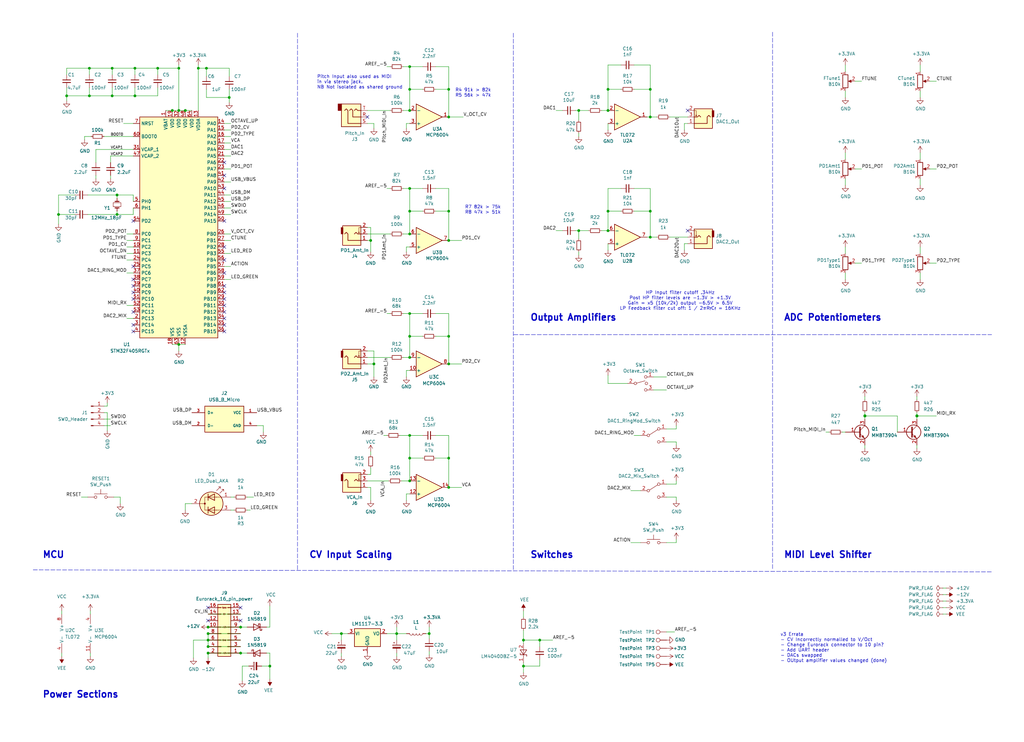
<source format=kicad_sch>
(kicad_sch (version 20231120) (generator "eeschema") (generator_version "8.0")
  (paper "User" 399.999 289.992)
  (title_block (title "DisPhaze") (date "2022-03-18") (rev "v3") (company "Mountjoy Modular"))
  (junction (at 237.49 43.18))
  (junction (at 144.78 93.98))
  (junction (at 160.02 91.44))
  (junction (at 358.14 162.56) (diameter 1.016))
  (junction (at 175.26 93.98))
  (junction (at 160.02 43.18))
  (junction (at 160.02 170.18))
  (junction (at 81.28 250.19))
  (junction (at 67.31 43.18))
  (junction (at 81.28 245.11))
  (junction (at 226.06 43.18))
  (junction (at 160.02 122.555))
  (junction (at 154.94 247.65))
  (junction (at 175.26 82.55))
  (junction (at 93.98 255.27))
  (junction (at 254 92.71))
  (junction (at 237.49 82.55))
  (junction (at 69.85 134.62))
  (junction (at 167.64 247.65))
  (junction (at 254 82.55))
  (junction (at 160.02 179.07))
  (junction (at 237.49 90.17))
  (junction (at 81.28 252.73))
  (junction (at 43.815 37.465))
  (junction (at 43.815 26.67))
  (junction (at 34.925 26.67))
  (junction (at 52.705 26.67))
  (junction (at 254 34.925))
  (junction (at 204.47 260.35))
  (junction (at 237.49 34.925))
  (junction (at 69.85 26.67))
  (junction (at 89.535 38.1))
  (junction (at 61.595 26.67))
  (junction (at 69.85 43.18))
  (junction (at 160.02 139.7))
  (junction (at 254 45.72))
  (junction (at 72.39 43.18))
  (junction (at 337.82 162.56) (diameter 1.016))
  (junction (at 81.28 247.65))
  (junction (at 160.02 73.66))
  (junction (at 160.02 187.96))
  (junction (at 175.26 190.5))
  (junction (at 175.26 45.72))
  (junction (at 105.41 260.35))
  (junction (at 52.705 37.465))
  (junction (at 160.02 82.55))
  (junction (at 210.82 250.19))
  (junction (at 133.35 247.65))
  (junction (at 77.47 26.67))
  (junction (at 160.02 131.445))
  (junction (at 175.26 179.07))
  (junction (at 175.26 131.445))
  (junction (at 93.98 245.11))
  (junction (at 45.72 83.82))
  (junction (at 175.26 34.925))
  (junction (at 204.47 250.19))
  (junction (at 160.02 34.925))
  (junction (at 80.645 26.67))
  (junction (at 146.05 142.24))
  (junction (at 45.72 76.2))
  (junction (at 26.035 37.465))
  (junction (at 175.26 142.24))
  (junction (at 81.28 255.27))
  (junction (at 34.925 37.465))
  (junction (at 160.02 26.035))
  (junction (at 22.86 83.82))
  (junction (at 226.06 90.17))
  (no_connect (at 93.98 237.49))
  (no_connect (at 52.07 121.92))
  (no_connect (at 81.28 237.49))
  (no_connect (at 87.63 119.38))
  (no_connect (at 52.07 116.84))
  (no_connect (at 87.63 111.76))
  (no_connect (at 52.07 129.54))
  (no_connect (at 87.63 127))
  (no_connect (at 87.63 73.66))
  (no_connect (at 87.63 124.46))
  (no_connect (at 52.07 114.3))
  (no_connect (at 87.63 114.3))
  (no_connect (at 87.63 101.6))
  (no_connect (at 87.63 106.68))
  (no_connect (at 52.07 86.36))
  (no_connect (at 52.07 111.76))
  (no_connect (at 87.63 63.5))
  (no_connect (at 87.63 116.84))
  (no_connect (at 87.63 86.36))
  (no_connect (at 93.98 242.57))
  (no_connect (at 268.605 43.18))
  (no_connect (at 87.63 68.58))
  (no_connect (at 143.51 45.72))
  (no_connect (at 87.63 121.92))
  (no_connect (at 87.63 129.54))
  (no_connect (at 81.28 242.57))
  (no_connect (at 268.605 90.17))
  (no_connect (at 52.07 104.14))
  (no_connect (at 52.07 109.22))
  (no_connect (at 52.07 127))
  (no_connect (at 87.63 96.52))
  (wire (pts (xy 226.06 90.17) (xy 226.06 93.345)))
  (wire (pts (xy 260.35 194.31) (xy 264.16 194.31)))
  (wire (pts (xy 359.41 96.52) (xy 359.41 99.06)))
  (wire (pts (xy 160.02 96.52) (xy 158.75 96.52)))
  (wire (pts (xy 210.82 250.19) (xy 204.47 250.19)))
  (wire (pts (xy 87.63 60.96) (xy 90.17 60.96)))
  (wire (pts (xy 330.2 106.68) (xy 330.2 109.22)))
  (wire (pts (xy 133.35 247.65) (xy 133.35 250.19)))
  (wire (pts (xy 363.22 102.87) (xy 365.76 102.87)))
  (wire (pts (xy 255.27 152.4) (xy 260.35 152.4)))
  (wire (pts (xy 149.86 170.18) (xy 151.13 170.18)))
  (wire (pts (xy 170.18 26.035) (xy 175.26 26.035)))
  (wire (pts (xy 260.35 247.015) (xy 263.525 247.015)))
  (wire (pts (xy 26.035 26.67) (xy 26.035 29.21)))
  (wire (pts (xy 34.29 76.2) (xy 45.72 76.2)))
  (wire (pts (xy 146.05 142.24) (xy 146.05 147.32)))
  (wire (pts (xy 34.925 34.29) (xy 34.925 37.465)))
  (wire (pts (xy 87.63 66.04) (xy 90.17 66.04)))
  (wire (pts (xy 165.1 73.66) (xy 160.02 73.66)))
  (wire (pts (xy 154.94 245.11) (xy 154.94 247.65)))
  (wire (pts (xy 52.07 58.42) (xy 37.465 58.42)))
  (wire (pts (xy 90.17 53.34) (xy 87.63 53.34)))
  (wire (pts (xy 52.07 60.96) (xy 43.18 60.96)))
  (wire (pts (xy 254 92.71) (xy 256.54 92.71)))
  (wire (pts (xy 93.98 247.65) (xy 81.28 247.65)))
  (wire (pts (xy 156.845 187.96) (xy 160.02 187.96)))
  (wire (pts (xy 226.06 43.18) (xy 229.87 43.18)))
  (wire (pts (xy 158.75 96.52) (xy 158.75 98.425)))
  (wire (pts (xy 129.54 247.65) (xy 133.35 247.65)))
  (wire (pts (xy 87.63 78.74) (xy 90.17 78.74)))
  (wire (pts (xy 133.35 247.65) (xy 135.89 247.65)))
  (wire (pts (xy 87.63 99.06) (xy 90.17 99.06)))
  (wire (pts (xy 167.64 245.11) (xy 167.64 247.65)))
  (wire (pts (xy 180.34 190.5) (xy 175.26 190.5)))
  (wire (pts (xy 143.51 137.16) (xy 146.05 137.16)))
  (wire (pts (xy 87.63 55.88) (xy 90.17 55.88)))
  (wire (pts (xy 69.85 134.62) (xy 69.85 137.16)))
  (wire (pts (xy 133.35 255.27) (xy 133.35 256.54)))
  (wire (pts (xy 204.47 260.35) (xy 210.82 260.35)))
  (wire (pts (xy 264.16 172.72) (xy 264.16 173.99)))
  (wire (pts (xy 154.94 247.65) (xy 154.94 250.19)))
  (wire (pts (xy 49.53 99.06) (xy 52.07 99.06)))
  (wire (pts (xy 94.615 266.065) (xy 94.615 260.35)))
  (wire (pts (xy 359.41 69.85) (xy 359.41 72.39)))
  (wire (pts (xy 242.57 82.55) (xy 237.49 82.55)))
  (wire (pts (xy 252.73 45.72) (xy 254 45.72)))
  (wire (pts (xy 93.98 252.73) (xy 81.28 252.73)))
  (wire (pts (xy 359.41 106.68) (xy 359.41 109.22)))
  (wire (pts (xy 368.3 234.95) (xy 369.57 234.95)))
  (wire (pts (xy 268.605 48.26) (xy 267.335 48.26)))
  (wire (pts (xy 69.85 26.67) (xy 69.85 43.18)))
  (wire (pts (xy 226.06 52.07) (xy 226.06 53.34)))
  (wire (pts (xy 144.78 176.53) (xy 144.78 177.8)))
  (wire (pts (xy 102.235 260.35) (xy 105.41 260.35)))
  (wire (pts (xy 80.645 26.67) (xy 89.535 26.67)))
  (wire (pts (xy 160.02 34.925) (xy 160.02 43.18)))
  (wire (pts (xy 61.595 26.67) (xy 69.85 26.67)))
  (wire (pts (xy 49.53 101.6) (xy 52.07 101.6)))
  (wire (pts (xy 363.22 66.04) (xy 365.76 66.04)))
  (wire (pts (xy 261.62 45.72) (xy 268.605 45.72)))
  (wire (pts (xy 89.535 26.67) (xy 89.535 29.845)))
  (wire (pts (xy 217.17 43.18) (xy 219.71 43.18)))
  (wire (pts (xy 80.645 38.1) (xy 89.535 38.1)))
  (wire (pts (xy 165.1 82.55) (xy 160.02 82.55)))
  (wire (pts (xy 104.14 245.11) (xy 105.41 245.11)))
  (wire (pts (xy 180.34 93.98) (xy 175.26 93.98)))
  (wire (pts (xy 358.14 162.56) (xy 365.76 162.56)))
  (wire (pts (xy 330.2 59.69) (xy 330.2 62.23)))
  (wire (pts (xy 49.53 93.98) (xy 52.07 93.98)))
  (wire (pts (xy 260.35 189.23) (xy 264.16 189.23)))
  (wire (pts (xy 234.95 43.18) (xy 237.49 43.18)))
  (wire (pts (xy 337.82 162.56) (xy 337.82 163.83)))
  (wire (pts (xy 94.615 260.35) (xy 97.155 260.35)))
  (wire (pts (xy 157.48 139.7) (xy 160.02 139.7)))
  (wire (pts (xy 242.57 73.66) (xy 237.49 73.66)))
  (polyline (pts (xy 301.752 12.573) (xy 301.752 222.377)) (stroke (width 0) (type dash)))
  (wire (pts (xy 175.26 179.07) (xy 175.26 190.5)))
  (wire (pts (xy 254 25.4) (xy 254 34.925)))
  (wire (pts (xy 170.18 131.445) (xy 175.26 131.445)))
  (wire (pts (xy 61.595 34.29) (xy 61.595 37.465)))
  (wire (pts (xy 26.035 26.67) (xy 34.925 26.67)))
  (wire (pts (xy 144.78 185.42) (xy 144.78 182.88)))
  (wire (pts (xy 204.47 246.38) (xy 204.47 250.19)))
  (wire (pts (xy 210.82 250.19) (xy 210.82 252.73)))
  (wire (pts (xy 43.18 68.58) (xy 43.18 69.85)))
  (wire (pts (xy 160.02 179.07) (xy 160.02 187.96)))
  (wire (pts (xy 87.63 71.12) (xy 90.17 71.12)))
  (wire (pts (xy 87.63 83.82) (xy 90.17 83.82)))
  (wire (pts (xy 144.78 88.9) (xy 143.51 88.9)))
  (wire (pts (xy 337.82 161.29) (xy 337.82 162.56)))
  (wire (pts (xy 45.72 83.82) (xy 52.07 83.82)))
  (wire (pts (xy 105.41 245.11) (xy 105.41 236.855)))
  (wire (pts (xy 156.21 170.18) (xy 160.02 170.18)))
  (wire (pts (xy 254 92.71) (xy 254 82.55)))
  (wire (pts (xy 267.335 48.26) (xy 267.335 50.8)))
  (wire (pts (xy 81.28 240.03) (xy 93.98 240.03)))
  (wire (pts (xy 175.26 82.55) (xy 175.26 93.98)))
  (wire (pts (xy 87.63 93.98) (xy 90.17 93.98)))
  (wire (pts (xy 330.2 25.4) (xy 330.2 27.94)))
  (wire (pts (xy 52.705 37.465) (xy 61.595 37.465)))
  (wire (pts (xy 40.64 161.29) (xy 41.91 161.29)))
  (wire (pts (xy 69.85 43.18) (xy 72.39 43.18)))
  (wire (pts (xy 247.65 25.4) (xy 254 25.4)))
  (wire (pts (xy 72.39 196.85) (xy 72.39 199.39)))
  (wire (pts (xy 252.73 92.71) (xy 254 92.71)))
  (wire (pts (xy 237.49 25.4) (xy 242.57 25.4)))
  (wire (pts (xy 260.35 167.64) (xy 264.16 167.64)))
  (wire (pts (xy 170.18 73.66) (xy 175.26 73.66)))
  (wire (pts (xy 175.26 131.445) (xy 175.26 142.24)))
  (wire (pts (xy 52.705 26.67) (xy 61.595 26.67)))
  (wire (pts (xy 45.72 82.55) (xy 45.72 83.82)))
  (wire (pts (xy 350.52 162.56) (xy 350.52 168.91)))
  (wire (pts (xy 24.13 255.27) (xy 24.13 256.54)))
  (wire (pts (xy 175.26 45.72) (xy 180.975 45.72)))
  (polyline (pts (xy 200.533 12.954) (xy 200.533 222.758)) (stroke (width 0) (type dash)))
  (wire (pts (xy 165.1 122.555) (xy 160.02 122.555)))
  (wire (pts (xy 49.53 96.52) (xy 52.07 96.52)))
  (wire (pts (xy 151.13 26.035) (xy 152.4 26.035)))
  (wire (pts (xy 237.49 48.26) (xy 237.49 50.8)))
  (wire (pts (xy 144.78 93.98) (xy 144.78 98.425)))
  (wire (pts (xy 35.306 255.27) (xy 35.306 256.54)))
  (wire (pts (xy 22.86 76.2) (xy 22.86 83.82)))
  (wire (pts (xy 143.51 43.18) (xy 152.4 43.18)))
  (wire (pts (xy 224.79 90.17) (xy 226.06 90.17)))
  (wire (pts (xy 358.14 161.29) (xy 358.14 162.56)))
  (wire (pts (xy 157.48 122.555) (xy 160.02 122.555)))
  (polyline (pts (xy 12.954 222.758) (xy 387.35 223.52)) (stroke (width 0) (type dash)))
  (wire (pts (xy 170.18 179.07) (xy 175.26 179.07)))
  (wire (pts (xy 26.035 34.29) (xy 26.035 37.465)))
  (wire (pts (xy 143.51 142.24) (xy 146.05 142.24)))
  (wire (pts (xy 81.28 257.175) (xy 81.28 255.27)))
  (wire (pts (xy 87.63 91.44) (xy 90.17 91.44)))
  (wire (pts (xy 204.47 260.35) (xy 204.47 262.89)))
  (wire (pts (xy 43.815 37.465) (xy 52.705 37.465)))
  (wire (pts (xy 334.01 102.87) (xy 336.55 102.87)))
  (wire (pts (xy 165.1 131.445) (xy 160.02 131.445)))
  (wire (pts (xy 97.79 199.39) (xy 96.52 199.39)))
  (wire (pts (xy 45.72 76.2) (xy 45.72 77.47)))
  (wire (pts (xy 158.75 144.78) (xy 158.75 147.32)))
  (wire (pts (xy 330.2 35.56) (xy 330.2 38.1)))
  (wire (pts (xy 175.26 26.035) (xy 175.26 34.925)))
  (wire (pts (xy 260.35 212.09) (xy 264.16 212.09)))
  (wire (pts (xy 93.98 250.19) (xy 81.28 250.19)))
  (wire (pts (xy 22.86 83.82) (xy 29.21 83.82)))
  (wire (pts (xy 158.75 193.04) (xy 160.02 193.04)))
  (wire (pts (xy 368.3 237.49) (xy 369.57 237.49)))
  (wire (pts (xy 104.14 255.27) (xy 105.41 255.27)))
  (wire (pts (xy 43.815 26.67) (xy 52.705 26.67)))
  (wire (pts (xy 143.51 91.44) (xy 152.4 91.44)))
  (wire (pts (xy 167.64 247.65) (xy 166.37 247.65)))
  (wire (pts (xy 144.78 190.5) (xy 144.78 195.58)))
  (wire (pts (xy 90.17 48.26) (xy 87.63 48.26)))
  (wire (pts (xy 358.14 154.94) (xy 358.14 156.21)))
  (wire (pts (xy 69.85 134.62) (xy 67.31 134.62)))
  (wire (pts (xy 77.47 26.67) (xy 77.47 43.18)))
  (wire (pts (xy 261.62 92.71) (xy 268.605 92.71)))
  (wire (pts (xy 49.53 119.38) (xy 52.07 119.38)))
  (wire (pts (xy 37.465 58.42) (xy 37.465 63.5)))
  (wire (pts (xy 144.78 88.9) (xy 144.78 93.98)))
  (wire (pts (xy 267.335 95.25) (xy 267.335 97.79)))
  (wire (pts (xy 77.47 26.67) (xy 80.645 26.67)))
  (wire (pts (xy 33.02 53.34) (xy 35.56 53.34)))
  (wire (pts (xy 160.02 48.26) (xy 158.75 48.26)))
  (wire (pts (xy 49.53 124.46) (xy 52.07 124.46)))
  (wire (pts (xy 87.63 104.14) (xy 90.17 104.14)))
  (wire (pts (xy 44.45 194.31) (xy 46.99 194.31)))
  (wire (pts (xy 175.26 122.555) (xy 175.26 131.445)))
  (wire (pts (xy 204.47 250.19) (xy 204.47 251.46)))
  (wire (pts (xy 40.64 166.37) (xy 43.18 166.37)))
  (wire (pts (xy 93.98 245.11) (xy 96.52 245.11)))
  (wire (pts (xy 160.02 144.78) (xy 158.75 144.78)))
  (wire (pts (xy 52.705 34.29) (xy 52.705 37.465)))
  (wire (pts (xy 268.605 95.25) (xy 267.335 95.25)))
  (wire (pts (xy 34.925 37.465) (xy 43.815 37.465)))
  (wire (pts (xy 31.75 194.31) (xy 34.29 194.31)))
  (wire (pts (xy 49.53 106.68) (xy 52.07 106.68)))
  (wire (pts (xy 254 82.55) (xy 247.65 82.55)))
  (wire (pts (xy 43.815 26.67) (xy 43.815 29.21)))
  (wire (pts (xy 215.9 250.19) (xy 210.82 250.19)))
  (wire (pts (xy 34.925 26.67) (xy 43.815 26.67)))
  (wire (pts (xy 165.1 26.035) (xy 160.02 26.035)))
  (wire (pts (xy 143.51 187.96) (xy 151.765 187.96)))
  (wire (pts (xy 37.465 68.58) (xy 37.465 69.85)))
  (wire (pts (xy 237.49 73.66) (xy 237.49 82.55)))
  (wire (pts (xy 264.16 166.37) (xy 264.16 167.64)))
  (polyline (pts (xy 200.66 130.81) (xy 387.35 130.81)) (stroke (width 0) (type dash)))
  (wire (pts (xy 264.16 187.96) (xy 264.16 189.23)))
  (wire (pts (xy 363.22 31.75) (xy 365.76 31.75)))
  (wire (pts (xy 167.64 247.65) (xy 167.64 249.555)))
  (wire (pts (xy 151.13 247.65) (xy 154.94 247.65)))
  (wire (pts (xy 204.47 238.76) (xy 204.47 241.3)))
  (wire (pts (xy 33.02 54.61) (xy 33.02 53.34)))
  (wire (pts (xy 337.82 173.99) (xy 337.82 175.26)))
  (wire (pts (xy 170.18 34.925) (xy 175.26 34.925)))
  (wire (pts (xy 93.98 255.27) (xy 96.52 255.27)))
  (wire (pts (xy 143.51 93.98) (xy 144.78 93.98)))
  (wire (pts (xy 52.07 76.2) (xy 45.72 76.2)))
  (wire (pts (xy 80.645 26.67) (xy 80.645 29.845)))
  (wire (pts (xy 359.41 59.69) (xy 359.41 62.23)))
  (wire (pts (xy 160.02 170.18) (xy 165.1 170.18)))
  (wire (pts (xy 40.64 53.34) (xy 52.07 53.34)))
  (wire (pts (xy 334.01 31.75) (xy 336.55 31.75)))
  (wire (pts (xy 43.815 34.29) (xy 43.815 37.465)))
  (wire (pts (xy 337.82 162.56) (xy 350.52 162.56)))
  (wire (pts (xy 81.28 245.11) (xy 93.98 245.11)))
  (wire (pts (xy 330.2 96.52) (xy 330.2 99.06)))
  (wire (pts (xy 41.91 158.75) (xy 41.91 157.48)))
  (wire (pts (xy 81.28 255.27) (xy 93.98 255.27)))
  (wire (pts (xy 81.28 247.65) (xy 81.28 250.19)))
  (wire (pts (xy 160.02 82.55) (xy 160.02 91.44)))
  (wire (pts (xy 48.26 48.26) (xy 52.07 48.26)))
  (wire (pts (xy 35.306 238.76) (xy 35.306 240.03)))
  (wire (pts (xy 368.3 232.41) (xy 369.57 232.41)))
  (wire (pts (xy 49.53 91.44) (xy 52.07 91.44)))
  (wire (pts (xy 264.16 210.82) (xy 264.16 212.09)))
  (wire (pts (xy 250.19 170.18) (xy 247.65 170.18)))
  (wire (pts (xy 254 45.72) (xy 256.54 45.72)))
  (wire (pts (xy 69.85 134.62) (xy 72.39 134.62)))
  (wire (pts (xy 40.64 163.83) (xy 43.18 163.83)))
  (wire (pts (xy 175.26 34.925) (xy 175.26 45.72)))
  (wire (pts (xy 143.51 185.42) (xy 144.78 185.42)))
  (wire (pts (xy 157.48 73.66) (xy 160.02 73.66)))
  (wire (pts (xy 160.02 122.555) (xy 160.02 131.445)))
  (wire (pts (xy 237.49 34.925) (xy 237.49 43.18)))
  (wire (pts (xy 100.33 166.37) (xy 102.87 166.37)))
  (wire (pts (xy 158.75 48.26) (xy 158.75 50.165)))
  (wire (pts (xy 250.19 191.77) (xy 246.38 191.77)))
  (wire (pts (xy 334.01 66.04) (xy 336.55 66.04)))
  (wire (pts (xy 99.06 194.31) (xy 96.52 194.31)))
  (wire (pts (xy 254 45.72) (xy 254 34.925)))
  (wire (pts (xy 260.35 172.72) (xy 264.16 172.72)))
  (wire (pts (xy 24.13 238.76) (xy 24.13 240.03)))
  (wire (pts (xy 328.93 168.91) (xy 330.2 168.91)))
  (wire (pts (xy 143.51 139.7) (xy 152.4 139.7)))
  (wire (pts (xy 77.47 25.4) (xy 77.47 26.67)))
  (wire (pts (xy 151.13 73.66) (xy 152.4 73.66)))
  (wire (pts (xy 75.565 250.19) (xy 81.28 250.19)))
  (wire (pts (xy 52.07 81.28) (xy 52.07 83.82)))
  (wire (pts (xy 170.18 122.555) (xy 175.26 122.555)))
  (wire (pts (xy 247.65 34.925) (xy 254 34.925)))
  (wire (pts (xy 358.14 162.56) (xy 358.14 163.83)))
  (wire (pts (xy 219.71 90.17) (xy 217.17 90.17)))
  (wire (pts (xy 74.93 196.85) (xy 72.39 196.85)))
  (wire (pts (xy 90.17 50.8) (xy 87.63 50.8)))
  (wire (pts (xy 26.035 37.465) (xy 34.925 37.465)))
  (wire (pts (xy 359.41 25.4) (xy 359.41 27.94)))
  (wire (pts (xy 337.82 154.94) (xy 337.82 156.21)))
  (wire (pts (xy 43.18 60.96) (xy 43.18 63.5)))
  (wire (pts (xy 368.3 240.03) (xy 369.57 240.03)))
  (wire (pts (xy 67.31 43.18) (xy 69.85 43.18)))
  (wire (pts (xy 165.1 34.925) (xy 160.02 34.925)))
  (wire (pts (xy 87.63 109.22) (xy 90.17 109.22)))
  (wire (pts (xy 91.44 194.31) (xy 90.17 194.31)))
  (wire (pts (xy 158.75 193.04) (xy 158.75 195.58)))
  (wire (pts (xy 226.06 98.425) (xy 226.06 99.695)))
  (wire (pts (xy 157.48 91.44) (xy 160.02 91.44)))
  (wire (pts (xy 34.29 83.82) (xy 45.72 83.82)))
  (wire (pts (xy 237.49 149.86) (xy 245.11 149.86)))
  (wire (pts (xy 167.64 254.635) (xy 167.64 255.905)))
  (wire (pts (xy 246.38 212.09) (xy 250.19 212.09)))
  (wire (pts (xy 75.565 257.175) (xy 75.565 250.19)))
  (wire (pts (xy 154.94 255.27) (xy 154.94 256.54)))
  (wire (pts (xy 105.41 255.27) (xy 105.41 260.35)))
  (wire (pts (xy 146.05 137.16) (xy 146.05 142.24)))
  (wire (pts (xy 255.27 147.32) (xy 260.35 147.32)))
  (wire (pts (xy 80.645 34.925) (xy 80.645 38.1)))
  (wire (pts (xy 254 73.66) (xy 254 82.55)))
  (wire (pts (xy 175.26 73.66) (xy 175.26 82.55)))
  (wire (pts (xy 90.17 58.42) (xy 87.63 58.42)))
  (wire (pts (xy 61.595 26.67) (xy 61.595 29.21)))
  (wire (pts (xy 22.86 83.82) (xy 22.86 87.63)))
  (wire (pts (xy 157.48 43.18) (xy 160.02 43.18)))
  (wire (pts (xy 237.49 95.25) (xy 237.49 97.79)))
  (wire (pts (xy 204.47 259.08) (xy 204.47 260.35)))
  (wire (pts (xy 89.535 38.1) (xy 89.535 40.005)))
  (wire (pts (xy 52.07 78.74) (xy 52.07 76.2)))
  (wire (pts (xy 34.925 26.67) (xy 34.925 29.21)))
  (wire (pts (xy 368.3 229.87) (xy 369.57 229.87)))
  (wire (pts (xy 151.13 122.555) (xy 152.4 122.555)))
  (wire (pts (xy 146.05 48.26) (xy 146.05 50.165)))
  (wire (pts (xy 175.26 170.18) (xy 175.26 179.07)))
  (wire (pts (xy 358.14 173.99) (xy 358.14 175.26)))
  (wire (pts (xy 226.06 43.18) (xy 226.06 46.99)))
  (wire (pts (xy 170.18 170.18) (xy 175.26 170.18)))
  (wire (pts (xy 89.535 34.925) (xy 89.535 38.1)))
  (wire (pts (xy 170.18 82.55) (xy 175.26 82.55)))
  (wire (pts (xy 26.035 37.465) (xy 26.035 39.37)))
  (wire (pts (xy 87.63 81.28) (xy 90.17 81.28)))
  (wire (pts (xy 224.79 43.18) (xy 226.06 43.18)))
  (wire (pts (xy 210.82 257.81) (xy 210.82 260.35)))
  (wire (pts (xy 64.77 43.18) (xy 67.31 43.18)))
  (wire (pts (xy 46.99 194.31) (xy 46.99 196.85)))
  (wire (pts (xy 237.49 146.685) (xy 237.49 149.86)))
  (wire (pts (xy 160.02 73.66) (xy 160.02 82.55)))
  (wire (pts (xy 247.65 73.66) (xy 254 73.66)))
  (wire (pts (xy 322.58 168.91) (xy 323.85 168.91)))
  (wire (pts (xy 105.41 260.35) (xy 105.41 265.43)))
  (wire (pts (xy 264.16 194.31) (xy 264.16 195.58)))
  (wire (pts (xy 226.06 90.17) (xy 229.87 90.17)))
  (wire (pts (xy 69.85 25.4) (xy 69.85 26.67)))
  (wire (pts (xy 160.02 26.035) (xy 160.02 34.925)))
  (wire (pts (xy 160.02 179.07) (xy 165.1 179.07)))
  (wire (pts (xy 91.44 199.39) (xy 90.17 199.39)))
  (wire (pts (xy 157.48 26.035) (xy 160.02 26.035)))
  (wire (pts (xy 160.02 170.18) (xy 160.02 179.07)))
  (wire (pts (xy 143.51 190.5) (xy 144.78 190.5)))
  (wire (pts (xy 87.63 76.2) (xy 90.17 76.2)))
  (wire (pts (xy 22.86 76.2) (xy 29.21 76.2)))
  (polyline (pts (xy 116.205 12.954) (xy 116.205 222.758)) (stroke (width 0) (type dash)))
  (wire (pts (xy 180.34 142.24) (xy 175.26 142.24)))
  (wire (pts (xy 234.95 90.17) (xy 237.49 90.17)))
  (wire (pts (xy 359.41 35.56) (xy 359.41 38.1)))
  (wire (pts (xy 143.51 48.26) (xy 146.05 48.26)))
  (wire (pts (xy 330.2 69.85) (xy 330.2 72.39)))
  (wire (pts (xy 102.87 166.37) (xy 102.87 168.91)))
  (wire (pts (xy 72.39 43.18) (xy 74.93 43.18)))
  (wire (pts (xy 41.91 161.29) (xy 41.91 168.275)))
  (wire (pts (xy 40.64 158.75) (xy 41.91 158.75)))
  (wire (pts (xy 237.49 34.925) (xy 242.57 34.925)))
  (wire (pts (xy 154.94 247.65) (xy 158.75 247.65)))
  (wire (pts (xy 237.49 25.4) (xy 237.49 34.925)))
  (wire (pts (xy 160.02 131.445) (xy 160.02 139.7)))
  (wire (pts (xy 52.705 26.67) (xy 52.705 29.21)))
  (wire (pts (xy 81.28 252.73) (xy 81.28 250.19)))
  (wire (pts (xy 237.49 82.55) (xy 237.49 90.17)))
  (text "CV Input Scaling" (at 120.65 218.44 0) (effects (font (size 2.54 2.54) (thickness 0.508) (bold yes)) (justify left bottom)))
  (text "v3 Errata\n- CV Incorrectly normalled to V/Oct\n- Change Eurorack connector to 10 pin?\n- Add UART header\n- DACs swapped\n- OUtput amplifier values changed (done)" (at 304.8 259.08 0) (effects (font (size 1.27 1.27)) (justify left bottom)))
  (text "Output Amplifiers" (at 207.01 125.73 0) (effects (font (size 2.54 2.54) (thickness 0.508) (bold yes)) (justify left bottom)))
  (text "ADC Potentiometers" (at 306.07 125.73 0) (effects (font (size 2.54 2.54) (thickness 0.508) (bold yes)) (justify left bottom)))
  (text "Pitch Input also used as MIDI \nin via stereo jack. \nNB Not isolated as shared ground\n" (at 123.825 34.925 0) (effects (font (size 1.27 1.27)) (justify left bottom)))
  (text "MCU" (at 16.51 218.44 0) (effects (font (size 2.54 2.54) (thickness 0.508) (bold yes)) (justify left bottom)))
  (text "R7 82k > 75k\nR8 47k > 51k" (at 181.61 83.82 0) (effects (font (size 1.27 1.27)) (justify left bottom)))
  (text "Power Sections" (at 16.51 273.05 0) (effects (font (size 2.54 2.54) (thickness 0.508) (bold yes)) (justify left bottom)))
  (text "Switches" (at 207.01 218.44 0) (effects (font (size 2.54 2.54) (thickness 0.508) (bold yes)) (justify left bottom)))
  (text "R4 91k > 82k\nR5 56k > 47k" (at 177.8 38.1 0) (effects (font (size 1.27 1.27)) (justify left bottom)))
  (text "HP Input filter cutoff .34Hz\nPost HP filter levels are -1.3V > +1.3V\nGain = x5 (10k/2k) output -6.5V > 6.5V\nLP Feedback filter cut off: 1 / 2πR_{f}C_{f} = 16KHz" (at 265.684 117.602 0) (effects (font (size 1.27 1.27))))
  (text "MIDI Level Shifter" (at 306.07 218.44 0) (effects (font (size 2.54 2.54) (thickness 0.508) (bold yes)) (justify left bottom)))
  (label "USB_VBUS" (at 100.33 161.29 0))
  (label "SWCLK" (at 43.18 166.37 0))
  (label "MIDI_RX" (at 49.53 119.38 180))
  (label "VCA" (at 90.17 55.88 0))
  (label "USB_DM" (at 90.17 76.2 0))
  (label "PD2_CV" (at 180.34 142.24 0))
  (label "PD2_TYPE" (at 90.17 53.34 0))
  (label "BOOT0" (at 43.18 53.34 0) (effects (font (size 1 1))))
  (label "AREF_-5" (at 215.9 250.19 0))
  (label "OCTAVE_DN" (at 260.35 147.32 0))
  (label "DAC1" (at 217.17 43.18 180))
  (label "PD1_TYPE" (at 336.55 102.87 0))
  (label "PD2Amt_in" (at 151.765 139.7 270))
  (label "Pitch_MIDI_In" (at 151.13 43.18 270))
  (label "LED_RED" (at 99.06 194.31 0))
  (label "PD2_POT" (at 49.53 91.44 180))
  (label "MIDI_RX" (at 365.76 162.56 0))
  (label "LED_GREEN" (at 97.79 199.39 0))
  (label "AREF_-5" (at 263.525 247.015 0))
  (label "DAC2_MIX" (at 49.53 124.46 180))
  (label "AREF_-5" (at 151.13 73.66 180))
  (label "DAC1" (at 90.17 58.42 0))
  (label "DAC1_RING_MOD" (at 49.53 106.68 180))
  (label "DAC1_RING_MOD" (at 247.65 170.18 180))
  (label "DAC2" (at 90.17 60.96 0))
  (label "PD1Amt_in" (at 151.13 91.44 270))
  (label "USB_DP" (at 74.93 161.29 180))
  (label "ACTION" (at 90.17 104.14 0))
  (label "OCTAVE_UP" (at 260.35 152.4 0))
  (label "SWDIO" (at 43.18 163.83 0))
  (label "DAC2Out" (at 265.43 92.71 270))
  (label "CTUNE" (at 90.17 93.98 0))
  (label "LED_GREEN" (at 90.17 109.22 0))
  (label "LED_RED" (at 90.17 99.06 0))
  (label "OCTAVE_UP" (at 90.17 48.26 0))
  (label "AREF_-5" (at 151.13 26.035 180))
  (label "VCAP2" (at 43.18 60.96 0) (effects (font (size 1 1))))
  (label "PD1_POT" (at 336.55 66.04 0))
  (label "Pitch_MIDI_In" (at 322.58 168.91 180))
  (label "USB_VBUS" (at 90.17 71.12 0))
  (label "SWCLK" (at 90.17 83.82 0))
  (label "V_OCT_CV" (at 180.975 45.72 0))
  (label "ACTION" (at 246.38 212.09 180))
  (label "DAC2" (at 217.17 90.17 180))
  (label "PD2_POT" (at 365.76 66.04 0))
  (label "OCTAVE_DN" (at 49.53 99.06 180))
  (label "FTUNE" (at 49.53 101.6 180))
  (label "AREF_-5" (at 149.86 170.18 180))
  (label "RESET" (at 31.75 194.31 180))
  (label "FTUNE" (at 336.55 31.75 0))
  (label "PD1_TYPE" (at 49.53 93.98 180))
  (label "VCA_In" (at 150.495 187.96 270))
  (label "PD2_CV" (at 90.17 50.8 0))
  (label "AREF_-5" (at 151.13 122.555 180))
  (label "DAC1Out" (at 265.43 45.72 270))
  (label "VCA" (at 180.34 190.5 0))
  (label "PD1_CV" (at 49.53 96.52 180))
  (label "RESET" (at 48.26 48.26 180))
  (label "PD2_TYPE" (at 365.76 102.87 0))
  (label "VCAP1" (at 43.18 58.42 0) (effects (font (size 1 1))))
  (label "CTUNE" (at 365.76 31.75 0))
  (label "SWDIO" (at 90.17 81.28 0))
  (label "V_OCT_CV" (at 90.17 91.44 0))
  (label "DAC2_MIX" (at 246.38 191.77 180))
  (label "USB_DP" (at 90.17 78.74 0))
  (label "USB_DM" (at 74.93 166.37 180))
  (label "CV_IN" (at 81.28 240.03 180))
  (label "PD1_POT" (at 90.17 66.04 0))
  (label "PD1_CV" (at 180.34 93.98 0))
  (symbol (lib_id "MCU_ST_STM32F4:STM32F405RGTx") (at 69.85 88.9 0) (unit 1)
    (property "Reference" "U1" (at 49.53 134.62 0))
    (property "Value" "STM32F405RGTx" (at 50.8 137.16 0))
    (property "Footprint" "Package_QFP:LQFP-64_10x10mm_P0.5mm" (effects (hide yes)))
    (property "Datasheet" "http://www.st.com/st-web-ui/static/active/en/resource/technical/document/datasheet/DM00037051.pdf" (effects (hide yes)))
  )
  (symbol (lib_id "Device:C_Small") (at 37.465 66.04 180) (unit 1)
    (property "Reference" "C8" (at 34.29 64.7635 0) (effects (justify left)))
    (property "Value" "2.2uF" (at 34.29 67.3035 0) (effects (justify left)))
    (property "Footprint" "Capacitor_SMD:C_0603_1608Metric" (effects (hide yes)))
  )
  (symbol (lib_id "Device:C_Small") (at 43.18 66.04 0) (unit 1)
    (property "Reference" "C9" (at 45.72 64.7762 0) (effects (justify left)))
    (property "Value" "2.2uF" (at 45.72 67.3162 0) (effects (justify left)))
    (property "Footprint" "Capacitor_SMD:C_0603_1608Metric" (effects (hide yes)))
  )
  (symbol (lib_id "power:GND") (at 43.18 69.85 0) (unit 1)
    (property "Reference" "#PWR07" (effects (hide yes)))
    (property "Value" "GND" (at 43.307 74.2442 0))
  )
  (symbol (lib_id "Connector:Conn_01x04_Male") (at 35.56 161.29 0) (unit 1)
    (property "Reference" "J1" (at 34.29 161.2899 0) (effects (justify right)))
    (property "Value" "SWD_Header" (at 34.29 163.8299 0) (effects (justify right)))
    (property "Footprint" "Custom_Footprints:SWD_header" (effects (hide yes)))
  )
  (symbol (lib_id "power:+3.3V") (at 41.91 157.48 0) (unit 1)
    (property "Reference" "#PWR010" (effects (hide yes)))
    (property "Value" "+3V3" (at 41.91 153.67 0))
  )
  (symbol (lib_id "power:GND") (at 41.91 168.275 0) (unit 1)
    (property "Reference" "#PWR011" (effects (hide yes)))
    (property "Value" "GND" (at 42.037 171.5262 90) (effects (justify right)))
  )
  (symbol (lib_id "Device:Crystal_Small") (at 45.72 80.01 90) (unit 1)
    (property "Reference" "Y1" (at 40.64 81.28 90) (effects (justify right)))
    (property "Value" "12MHz_18pF" (at 35.56 85.09 90) (effects (justify right)))
    (property "Footprint" "Crystal:Crystal_SMD_0603-2Pin_6.0x3.5mm" (effects (hide yes)))
  )
  (symbol (lib_id "Device:C_Small") (at 31.75 76.2 270) (unit 1)
    (property "Reference" "C10" (at 26.67 74.93 90) (effects (justify left)))
    (property "Value" "30pF" (at 25.4 77.47 90) (effects (justify left)))
    (property "Footprint" "Capacitor_SMD:C_0603_1608Metric" (effects (hide yes)))
  )
  (symbol (lib_id "Device:C_Small") (at 31.75 83.82 270) (unit 1)
    (property "Reference" "C11" (at 26.67 82.55 90) (effects (justify left)))
    (property "Value" "30pF" (at 25.4 85.09 90) (effects (justify left)))
    (property "Footprint" "Capacitor_SMD:C_0603_1608Metric" (effects (hide yes)))
  )
  (symbol (lib_id "power:GND") (at 22.86 87.63 0) (unit 1)
    (property "Reference" "#PWR08" (effects (hide yes)))
    (property "Value" "GND" (at 22.987 90.8812 90) (effects (justify right)))
  )
  (symbol (lib_id "power:+3.3V") (at 69.85 25.4 0) (unit 1)
    (property "Reference" "#PWR01" (effects (hide yes)))
    (property "Value" "+3V3" (at 69.85 21.59 0))
  )
  (symbol (lib_id "power:GND") (at 69.85 137.16 0) (unit 1)
    (property "Reference" "#PWR09" (effects (hide yes)))
    (property "Value" "GND" (at 69.977 141.5542 0))
  )
  (symbol (lib_id "Device:C_Small") (at 34.925 31.75 0) (unit 1)
    (property "Reference" "C2" (at 36.83 29.21 0) (effects (justify left)))
    (property "Value" "100nF" (at 35.56 34.29 0) (effects (justify left)))
    (property "Footprint" "Capacitor_SMD:C_0603_1608Metric" (effects (hide yes)))
  )
  (symbol (lib_id "power:GND") (at 26.035 39.37 0) (unit 1)
    (property "Reference" "#PWR03" (effects (hide yes)))
    (property "Value" "GND" (at 26.162 43.7642 0))
  )
  (symbol (lib_id "Device:C_Small") (at 43.815 31.75 0) (unit 1)
    (property "Reference" "C3" (at 45.72 29.21 0) (effects (justify left)))
    (property "Value" "100nF" (at 44.45 34.29 0) (effects (justify left)))
    (property "Footprint" "Capacitor_SMD:C_0603_1608Metric" (effects (hide yes)))
  )
  (symbol (lib_id "Device:C_Small") (at 52.705 31.75 0) (unit 1)
    (property "Reference" "C4" (at 53.975 29.21 0) (effects (justify left)))
    (property "Value" "100nF" (at 53.34 34.29 0) (effects (justify left)))
    (property "Footprint" "Capacitor_SMD:C_0603_1608Metric" (effects (hide yes)))
  )
  (symbol (lib_id "Device:C_Small") (at 61.595 31.75 0) (unit 1)
    (property "Reference" "C5" (at 63.5 29.21 0) (effects (justify left)))
    (property "Value" "100nF" (at 62.23 34.29 0) (effects (justify left)))
    (property "Footprint" "Capacitor_SMD:C_0603_1608Metric" (effects (hide yes)))
  )
  (symbol (lib_id "power:GND") (at 37.465 69.85 0) (unit 1)
    (property "Reference" "#PWR06" (effects (hide yes)))
    (property "Value" "GND" (at 37.592 74.2442 0))
  )
  (symbol (lib_id "power:+3.3V") (at 154.94 245.11 0) (unit 1)
    (property "Reference" "#PWR060" (effects (hide yes)))
    (property "Value" "+3V3" (at 154.94 241.3 0))
  )
  (symbol (lib_id "Regulator_Linear:LM1117-3.3") (at 143.51 247.65 0) (unit 1)
    (property "Reference" "U4" (at 143.51 241.5032 0))
    (property "Value" "LM1117-3.3" (at 143.51 243.8146 0))
    (property "Footprint" "Package_TO_SOT_SMD:SOT-223-3_TabPin2" (effects (hide yes)))
    (property "Datasheet" "http://www.ti.com/lit/ds/symlink/lm1117.pdf" (effects (hide yes)))
  )
  (symbol (lib_id "power:GND") (at 143.51 255.27 0) (unit 1)
    (property "Reference" "#PWR064" (effects (hide yes)))
    (property "Value" "GND" (at 143.637 259.6642 0))
  )
  (symbol (lib_id "Amplifier_Operational:MCP6004") (at 167.64 93.98 0) (mirror x) (unit 2)
    (property "Reference" "U3" (at 170.815 98.6536 0))
    (property "Value" "MCP6004" (at 170.815 100.965 0))
    (property "Footprint" "Package_SO:SOIC-14_3.9x8.7mm_P1.27mm" (effects (hide yes)))
  )
  (symbol (lib_id "Device:R_Small") (at 167.64 82.55 270) (unit 1)
    (property "Reference" "R8" (at 167.64 77.2922 90))
    (property "Value" "47k" (at 167.64 79.6036 90))
    (property "Footprint" "Resistor_SMD:R_0603_1608Metric" (effects (hide yes)))
  )
  (symbol (lib_id "Device:R_Small") (at 154.94 73.66 270) (unit 1)
    (property "Reference" "R7" (at 154.94 68.4022 90))
    (property "Value" "82k" (at 154.94 70.7136 90))
    (property "Footprint" "Resistor_SMD:R_0603_1608Metric" (effects (hide yes)))
  )
  (symbol (lib_id "Device:R_Small") (at 154.94 91.44 270) (unit 1)
    (property "Reference" "R9" (at 154.94 85.09 90))
    (property "Value" "100k" (at 154.94 87.63 90))
    (property "Footprint" "Resistor_SMD:R_0603_1608Metric" (effects (hide yes)))
  )
  (symbol (lib_id "power:GND") (at 158.75 98.425 0) (unit 1)
    (property "Reference" "#PWR018" (effects (hide yes)))
    (property "Value" "GND" (at 158.877 102.8192 0))
  )
  (symbol (lib_id "Device:C_Small") (at 167.64 73.66 90) (unit 1)
    (property "Reference" "C13" (at 167.64 67.2592 90))
    (property "Value" "1.5nF" (at 167.64 69.5706 90))
    (property "Footprint" "Capacitor_SMD:C_0603_1608Metric" (effects (hide yes)))
  )
  (symbol (lib_id "Device:R_Small") (at 204.47 243.84 0) (unit 1)
    (property "Reference" "R28" (at 206.248 242.6716 0) (effects (justify left)))
    (property "Value" "2.2k" (at 206.248 244.983 0) (effects (justify left)))
    (property "Footprint" "Resistor_SMD:R_0603_1608Metric" (effects (hide yes)))
  )
  (symbol (lib_id "Device:C_Small") (at 210.82 255.27 0) (unit 1)
    (property "Reference" "C23" (at 213.741 254.1016 0) (effects (justify left)))
    (property "Value" "100nF" (at 213.741 256.413 0) (effects (justify left)))
    (property "Footprint" "Capacitor_SMD:C_0603_1608Metric" (effects (hide yes)))
  )
  (symbol (lib_id "power:GND") (at 204.47 262.89 0) (unit 1)
    (property "Reference" "#PWR074" (effects (hide yes)))
    (property "Value" "GND" (at 204.597 267.2842 0))
  )
  (symbol (lib_id "Amplifier_Operational:MCP6004") (at 167.64 45.72 0) (mirror x) (unit 1)
    (property "Reference" "U3" (at 170.815 50.3936 0))
    (property "Value" "MCP6004" (at 170.815 52.705 0))
    (property "Footprint" "Package_SO:SOIC-14_3.9x8.7mm_P1.27mm" (effects (hide yes)))
  )
  (symbol (lib_id "Device:R_Small") (at 167.64 34.925 270) (unit 1)
    (property "Reference" "R5" (at 167.64 29.6672 90))
    (property "Value" "47k" (at 167.64 31.9786 90))
    (property "Footprint" "Resistor_SMD:R_0603_1608Metric" (effects (hide yes)))
  )
  (symbol (lib_id "Device:R_Small") (at 154.94 26.035 270) (unit 1)
    (property "Reference" "R4" (at 154.94 20.7772 90))
    (property "Value" "82k" (at 154.94 23.0886 90))
    (property "Footprint" "Resistor_SMD:R_0603_1608Metric" (effects (hide yes)))
  )
  (symbol (lib_id "Device:R_Small") (at 154.94 43.18 270) (unit 1)
    (property "Reference" "R6" (at 154.94 37.9222 90))
    (property "Value" "100k" (at 154.94 40.2336 90))
    (property "Footprint" "Resistor_SMD:R_0603_1608Metric" (effects (hide yes)))
  )
  (symbol (lib_id "power:GND") (at 158.75 50.165 0) (unit 1)
    (property "Reference" "#PWR016" (effects (hide yes)))
    (property "Value" "GND" (at 158.877 54.5592 0))
  )
  (symbol (lib_id "Device:C_Small") (at 167.64 26.035 90) (unit 1)
    (property "Reference" "C12" (at 167.64 19.6342 90))
    (property "Value" "2.2nF" (at 167.64 21.9456 90))
    (property "Footprint" "Capacitor_SMD:C_0603_1608Metric" (effects (hide yes)))
  )
  (symbol (lib_id "Device:R_Potentiometer") (at 330.2 102.87 0) (unit 1)
    (property "Reference" "PD1Type1" (at 328.422 101.7016 0) (effects (justify right)))
    (property "Value" "B10k" (at 328.422 104.013 0) (effects (justify right)))
    (property "Footprint" "Custom_Footprints:Alpha_9mm_Potentiometer_Aligned" (effects (hide yes)))
  )
  (symbol (lib_id "Device:C_Polarized_Small") (at 154.94 252.73 0) (unit 1)
    (property "Reference" "C22" (at 158.75 252.73 0))
    (property "Value" "47uF" (at 160.02 255.27 0))
    (property "Footprint" "Capacitor_SMD:CP_Elec_5x5.4" (effects (hide yes)))
  )
  (symbol (lib_id "power:GND") (at 154.94 256.54 0) (unit 1)
    (property "Reference" "#PWR067" (effects (hide yes)))
    (property "Value" "GND" (at 155.067 260.9342 0))
  )
  (symbol (lib_id "Device:L") (at 162.56 247.65 270) (unit 1)
    (property "Reference" "L1" (at 162.56 243.1288 90))
    (property "Value" "L" (at 162.56 245.4402 90))
    (property "Footprint" "Inductor_SMD:L_0805_2012Metric" (effects (hide yes)))
  )
  (symbol (lib_id "power:+3.3VA") (at 167.64 245.11 0) (unit 1)
    (property "Reference" "#PWR061" (effects (hide yes)))
    (property "Value" "+3.3VA" (at 165.1 241.3 0) (effects (justify left)))
  )
  (symbol (lib_id "Device:C_Polarized_Small") (at 133.35 252.73 0) (unit 1)
    (property "Reference" "C21" (at 129.54 252.73 0))
    (property "Value" "22uF" (at 129.54 255.27 0))
    (property "Footprint" "Capacitor_SMD:CP_Elec_4x5.3" (effects (hide yes)))
  )
  (symbol (lib_id "power:GND") (at 133.35 256.54 0) (unit 1)
    (property "Reference" "#PWR066" (effects (hide yes)))
    (property "Value" "GND" (at 133.477 260.9342 0))
  )
  (symbol (lib_id "power:+3.3VA") (at 330.2 96.52 0) (unit 1)
    (property "Reference" "#PWR044" (effects (hide yes)))
    (property "Value" "+3.3VA" (at 330.581 92.1258 0))
  )
  (symbol (lib_id "power:GND") (at 330.2 109.22 0) (unit 1)
    (property "Reference" "#PWR046" (effects (hide yes)))
    (property "Value" "GND" (at 330.327 113.6142 0))
  )
  (symbol (lib_id "Amplifier_Operational:TL072") (at 245.11 92.71 0) (mirror x) (unit 2)
    (property "Reference" "U2" (at 245.11 102.0318 0))
    (property "Value" "TL072" (at 245.11 99.7204 0))
    (property "Footprint" "Package_SO:SOIC-8_3.9x4.9mm_P1.27mm" (effects (hide yes)))
  )
  (symbol (lib_id "Device:R_Small") (at 259.08 92.71 270) (unit 1)
    (property "Reference" "R23" (at 259.08 86.36 90))
    (property "Value" "1k" (at 259.08 88.9 90))
    (property "Footprint" "Resistor_SMD:R_0603_1608Metric" (effects (hide yes)))
  )
  (symbol (lib_id "Device:R_Small") (at 245.11 82.55 270) (unit 1)
    (property "Reference" "R21" (at 245.11 77.2922 90))
    (property "Value" "10k" (at 245.11 79.6036 90))
    (property "Footprint" "Resistor_SMD:R_0603_1608Metric" (effects (hide yes)))
  )
  (symbol (lib_id "power:GND") (at 237.49 97.79 0) (unit 1)
    (property "Reference" "#PWR027" (effects (hide yes)))
    (property "Value" "GND" (at 237.617 102.1842 0))
  )
  (symbol (lib_id "Device:C_Small") (at 222.25 90.17 270) (unit 1)
    (property "Reference" "C19" (at 222.25 83.7692 90))
    (property "Value" "10uF" (at 222.25 86.0806 90))
    (property "Footprint" "Capacitor_SMD:C_0603_1608Metric" (effects (hide yes)))
  )
  (symbol (lib_id "Device:R_Small") (at 226.06 95.885 0) (unit 1)
    (property "Reference" "R24" (at 220.98 94.615 0) (effects (justify left)))
    (property "Value" "47k" (at 220.98 97.155 0) (effects (justify left)))
    (property "Footprint" "Resistor_SMD:R_0603_1608Metric" (effects (hide yes)))
  )
  (symbol (lib_id "power:GND") (at 226.06 99.695 0) (unit 1)
    (property "Reference" "#PWR029" (effects (hide yes)))
    (property "Value" "GND" (at 226.187 104.0892 0))
  )
  (symbol (lib_id "Device:R_Small") (at 232.41 90.17 270) (unit 1)
    (property "Reference" "R22" (at 232.41 84.9122 90))
    (property "Value" "2k" (at 232.41 87.2236 90))
    (property "Footprint" "Resistor_SMD:R_0603_1608Metric" (effects (hide yes)))
  )
  (symbol (lib_id "Amplifier_Operational:MCP6004") (at 167.64 142.24 0) (mirror x) (unit 3)
    (property "Reference" "U3" (at 169.545 147.32 0))
    (property "Value" "MCP6004" (at 169.545 149.86 0))
    (property "Footprint" "Package_SO:SOIC-14_3.9x8.7mm_P1.27mm" (effects (hide yes)))
  )
  (symbol (lib_id "Device:R_Small") (at 167.64 131.445 270) (unit 1)
    (property "Reference" "R11" (at 167.64 126.1872 90))
    (property "Value" "47k" (at 167.64 128.4986 90))
    (property "Footprint" "Resistor_SMD:R_0603_1608Metric" (effects (hide yes)))
  )
  (symbol (lib_id "Device:R_Small") (at 154.94 122.555 270) (unit 1)
    (property "Reference" "R10" (at 154.94 117.2972 90))
    (property "Value" "68k" (at 154.94 119.6086 90))
    (property "Footprint" "Resistor_SMD:R_0603_1608Metric" (effects (hide yes)))
  )
  (symbol (lib_id "Device:R_Small") (at 154.94 139.7 270) (unit 1)
    (property "Reference" "R12" (at 154.94 134.4422 90))
    (property "Value" "100k" (at 154.94 136.7536 90))
    (property "Footprint" "Resistor_SMD:R_0603_1608Metric" (effects (hide yes)))
  )
  (symbol (lib_id "power:GND") (at 158.75 147.32 0) (unit 1)
    (property "Reference" "#PWR020" (effects (hide yes)))
    (property "Value" "GND" (at 158.75 151.13 0))
  )
  (symbol (lib_id "Device:C_Small") (at 167.64 122.555 90) (unit 1)
    (property "Reference" "C14" (at 167.64 116.1542 90))
    (property "Value" "2.2nF" (at 167.64 118.4656 90))
    (property "Footprint" "Capacitor_SMD:C_0603_1608Metric" (effects (hide yes)))
  )
  (symbol (lib_id "Amplifier_Operational:MCP6004") (at 167.64 190.5 0) (mirror x) (unit 4)
    (property "Reference" "U3" (at 171.45 195.1736 0))
    (property "Value" "MCP6004" (at 171.45 197.485 0))
    (property "Footprint" "Package_SO:SOIC-14_3.9x8.7mm_P1.27mm" (effects (hide yes)))
  )
  (symbol (lib_id "Device:R_Small") (at 167.64 179.07 270) (unit 1)
    (property "Reference" "R14" (at 167.64 173.8122 90))
    (property "Value" "47k" (at 167.64 176.1236 90))
    (property "Footprint" "Resistor_SMD:R_0603_1608Metric" (effects (hide yes)))
  )
  (symbol (lib_id "Device:R_Small") (at 153.67 170.18 270) (unit 1)
    (property "Reference" "R13" (at 153.67 164.9222 90))
    (property "Value" "68k" (at 153.67 167.2336 90))
    (property "Footprint" "Resistor_SMD:R_0603_1608Metric" (effects (hide yes)))
  )
  (symbol (lib_id "Device:R_Small") (at 154.305 187.96 270) (unit 1)
    (property "Reference" "R16" (at 154.305 182.7022 90))
    (property "Value" "100k" (at 154.305 185.0136 90))
    (property "Footprint" "Resistor_SMD:R_0603_1608Metric" (effects (hide yes)))
  )
  (symbol (lib_id "power:GND") (at 158.75 195.58 0) (unit 1)
    (property "Reference" "#PWR023" (effects (hide yes)))
    (property "Value" "GND" (at 158.877 199.9742 0))
  )
  (symbol (lib_id "Device:C_Small") (at 167.64 170.18 90) (unit 1)
    (property "Reference" "C15" (at 167.64 163.7792 90))
    (property "Value" "1.5nF" (at 167.64 166.0906 90))
    (property "Footprint" "Capacitor_SMD:C_0603_1608Metric" (effects (hide yes)))
  )
  (symbol (lib_id "Device:R_Potentiometer") (at 359.41 102.87 0) (unit 1)
    (property "Reference" "PD2Type1" (at 357.632 101.7016 0) (effects (justify right)))
    (property "Value" "B10k" (at 357.632 104.013 0) (effects (justify right)))
    (property "Footprint" "Custom_Footprints:Alpha_9mm_Potentiometer_Aligned" (effects (hide yes)))
  )
  (symbol (lib_id "power:+3.3VA") (at 359.41 96.52 0) (unit 1)
    (property "Reference" "#PWR045" (effects (hide yes)))
    (property "Value" "+3.3VA" (at 359.791 92.1258 0))
  )
  (symbol (lib_id "power:GND") (at 359.41 109.22 0) (unit 1)
    (property "Reference" "#PWR047" (effects (hide yes)))
    (property "Value" "GND" (at 359.537 113.6142 0))
  )
  (symbol (lib_id "Device:R_Potentiometer") (at 359.41 31.75 0) (unit 1)
    (property "Reference" "CTune1" (at 357.632 30.5816 0) (effects (justify right)))
    (property "Value" "B10k" (at 357.632 32.893 0) (effects (justify right)))
    (property "Footprint" "Custom_Footprints:Alpha_9mm_Potentiometer_Aligned" (effects (hide yes)))
  )
  (symbol (lib_id "power:+3.3VA") (at 359.41 25.4 0) (unit 1)
    (property "Reference" "#PWR037" (effects (hide yes)))
    (property "Value" "+3.3VA" (at 359.791 21.0058 0))
  )
  (symbol (lib_id "power:GND") (at 359.41 38.1 0) (unit 1)
    (property "Reference" "#PWR039" (effects (hide yes)))
    (property "Value" "GND" (at 359.537 42.4942 0))
  )
  (symbol (lib_id "Switch:SW_SPDT_MSM") (at 250.19 149.86 0) (unit 1)
    (property "Reference" "SW1" (at 250.19 142.621 0))
    (property "Value" "Octave_Switch" (at 250.19 144.9324 0))
    (property "Footprint" "Custom_Footprints:SPDTSubMiniature" (effects (hide yes)))
  )
  (symbol (lib_id "Device:R_Potentiometer") (at 330.2 66.04 0) (unit 1)
    (property "Reference" "PD1Amt1" (at 328.422 64.8716 0) (effects (justify right)))
    (property "Value" "B10k" (at 328.422 67.183 0) (effects (justify right)))
    (property "Footprint" "Custom_Footprints:Alpha_9mm_Potentiometer_Aligned" (effects (hide yes)))
  )
  (symbol (lib_id "power:+3.3VA") (at 330.2 59.69 0) (unit 1)
    (property "Reference" "#PWR040" (effects (hide yes)))
    (property "Value" "+3.3VA" (at 330.581 55.2958 0))
  )
  (symbol (lib_id "power:GND") (at 330.2 72.39 0) (unit 1)
    (property "Reference" "#PWR042" (effects (hide yes)))
    (property "Value" "GND" (at 330.327 76.7842 0))
  )
  (symbol (lib_id "power:+3.3V") (at 237.49 146.685 0) (unit 1)
    (property "Reference" "#PWR030" (effects (hide yes)))
    (property "Value" "+3V3" (at 237.871 142.2908 0))
  )
  (symbol (lib_id "Switch:SW_SPDT") (at 255.27 170.18 0) (unit 1)
    (property "Reference" "SW2" (at 247.65 161.925 0))
    (property "Value" "DAC1_RingMod_Switch" (at 247.65 164.465 0))
    (property "Footprint" "Custom_Footprints:SPDTSubMiniature" (effects (hide yes)))
  )
  (symbol (lib_id "power:GND") (at 264.16 173.99 0) (unit 1)
    (property "Reference" "#PWR032" (effects (hide yes)))
    (property "Value" "GND" (at 264.287 178.3842 0))
  )
  (symbol (lib_id "power:+3.3V") (at 264.16 166.37 0) (unit 1)
    (property "Reference" "#PWR031" (effects (hide yes)))
    (property "Value" "+3V3" (at 264.541 161.9758 0))
  )
  (symbol (lib_id "thonkiconn:AudioJack3") (at 138.43 45.72 0) (mirror x) (unit 1)
    (property "Reference" "J3" (at 138.5316 54.4068 0))
    (property "Value" "PItch_In" (at 138.5316 52.0954 0))
    (property "Footprint" "Custom_Footprints:Thonkiconn_Stereo-PJ366ST" (effects (hide yes)))
  )
  (symbol (lib_id "power:GND") (at 144.78 98.425 0) (unit 1)
    (property "Reference" "#PWR017" (effects (hide yes)))
    (property "Value" "GND" (at 144.78 102.87 0))
  )
  (symbol (lib_id "Eurorack_Header:Eurorack_16_pin_power") (at 88.9 250.19 180) (unit 1)
    (property "Reference" "J9" (at 87.63 231.775 0))
    (property "Value" "Eurorack_16_pin_power" (at 87.63 234.0864 0))
    (property "Footprint" "Custom_Footprints:Eurorack_16_pin_header" (effects (hide yes)))
  )
  (symbol (lib_id "Diode:1N5819") (at 100.33 245.11 180) (unit 1)
    (property "Reference" "D2" (at 100.33 239.6236 0))
    (property "Value" "1N5819" (at 100.33 241.935 0))
    (property "Footprint" "Diode_SMD:D_SOD-123" (effects (hide yes)))
    (property "Datasheet" "http://www.vishay.com/docs/88525/1n5817.pdf" (effects (hide yes)))
  )
  (symbol (lib_id "Diode:1N5819") (at 100.33 255.27 0) (unit 1)
    (property "Reference" "D3" (at 100.33 249.7836 0))
    (property "Value" "1N5819" (at 100.33 252.095 0))
    (property "Footprint" "Diode_SMD:D_SOD-123" (effects (hide yes)))
    (property "Datasheet" "http://www.vishay.com/docs/88525/1n5817.pdf" (effects (hide yes)))
  )
  (symbol (lib_id "Amplifier_Operational:TL072") (at 245.11 45.72 0) (mirror x) (unit 1)
    (property "Reference" "U2" (at 245.11 55.0418 0))
    (property "Value" "TL072" (at 245.11 52.7304 0))
    (property "Footprint" "Package_SO:SOIC-8_3.9x4.9mm_P1.27mm" (effects (hide yes)))
  )
  (symbol (lib_id "Device:R_Small") (at 259.08 45.72 90) (mirror x) (unit 1)
    (property "Reference" "R19" (at 259.08 39.37 90))
    (property "Value" "1k" (at 259.08 41.91 90))
    (property "Footprint" "Resistor_SMD:R_0603_1608Metric" (effects (hide yes)))
  )
  (symbol (lib_id "Device:R_Small") (at 245.11 34.925 270) (unit 1)
    (property "Reference" "R17" (at 245.11 29.6672 90))
    (property "Value" "10k" (at 245.11 31.9786 90))
    (property "Footprint" "Resistor_SMD:R_0603_1608Metric" (effects (hide yes)))
  )
  (symbol (lib_id "power:GND") (at 237.49 50.8 0) (unit 1)
    (property "Reference" "#PWR024" (effects (hide yes)))
    (property "Value" "GND" (at 237.617 55.1942 0))
  )
  (symbol (lib_id "Device:C_Small") (at 222.25 43.18 270) (unit 1)
    (property "Reference" "C17" (at 222.25 36.7792 90))
    (property "Value" "10uF" (at 222.25 39.0906 90))
    (property "Footprint" "Capacitor_SMD:C_0603_1608Metric" (effects (hide yes)))
  )
  (symbol (lib_id "Device:R_Small") (at 226.06 49.53 0) (unit 1)
    (property "Reference" "R20" (at 220.98 48.26 0) (effects (justify left)))
    (property "Value" "47k" (at 220.98 50.8 0) (effects (justify left)))
    (property "Footprint" "Resistor_SMD:R_0603_1608Metric" (effects (hide yes)))
  )
  (symbol (lib_id "power:GND") (at 226.06 53.34 0) (unit 1)
    (property "Reference" "#PWR026" (effects (hide yes)))
    (property "Value" "GND" (at 226.187 57.7342 0))
  )
  (symbol (lib_id "Device:R_Small") (at 232.41 43.18 270) (unit 1)
    (property "Reference" "R18" (at 232.41 37.9222 90))
    (property "Value" "2k" (at 232.41 40.2336 90))
    (property "Footprint" "Resistor_SMD:R_0603_1608Metric" (effects (hide yes)))
  )
  (symbol (lib_id "Device:C_Polarized_Small") (at 99.695 260.35 90) (unit 1)
    (property "Reference" "C24" (at 99.1489 264.16 90))
    (property "Value" "22uF" (at 99.1489 266.7 90))
    (property "Footprint" "Capacitor_SMD:CP_Elec_4x5.3" (effects (hide yes)))
  )
  (symbol (lib_id "Device:C_Small") (at 245.11 73.66 90) (unit 1)
    (property "Reference" "C18" (at 245.11 67.2592 90))
    (property "Value" "1nf" (at 245.11 69.5706 90))
    (property "Footprint" "Capacitor_SMD:C_0603_1608Metric" (effects (hide yes)))
  )
  (symbol (lib_id "Device:C_Small") (at 245.11 25.4 90) (unit 1)
    (property "Reference" "C16" (at 245.11 18.9992 90))
    (property "Value" "1nF" (at 245.11 21.3106 90))
    (property "Footprint" "Capacitor_SMD:C_0603_1608Metric" (effects (hide yes)))
  )
  (symbol (lib_id "Amplifier_Operational:MCP6004") (at 37.846 247.65 0) (unit 5)
    (property "Reference" "U3" (at 36.83 246.3799 0) (effects (justify left)))
    (property "Value" "MCP6004" (at 36.83 248.9199 0) (effects (justify left)))
    (property "Footprint" "Package_SO:SOIC-14_3.9x8.7mm_P1.27mm" (effects (hide yes)))
  )
  (symbol (lib_id "power:+3.3VA") (at 35.306 238.76 0) (unit 1)
    (property "Reference" "#PWR058" (effects (hide yes)))
    (property "Value" "+3.3VA" (at 35.306 233.172 0))
  )
  (symbol (lib_id "power:GND") (at 35.306 256.54 0) (unit 1)
    (property "Reference" "#PWR073" (effects (hide yes)))
    (property "Value" "GND" (at 35.306 261.112 0))
  )
  (symbol (lib_id "Amplifier_Operational:TL072") (at 26.67 247.65 0) (unit 3)
    (property "Reference" "U2" (at 25.4 246.3799 0) (effects (justify left)))
    (property "Value" "TL072" (at 25.4 248.9199 0) (effects (justify left)))
    (property "Footprint" "Package_SO:SOIC-8_3.9x4.9mm_P1.27mm" (effects (hide yes)))
  )
  (symbol (lib_id "power:VEE") (at 105.41 265.43 180) (unit 1)
    (property "Reference" "#PWR076" (effects (hide yes)))
    (property "Value" "VEE" (at 104.9528 269.8242 0))
  )
  (symbol (lib_id "power:VCC") (at 105.41 236.855 0) (unit 1)
    (property "Reference" "#PWR052" (effects (hide yes)))
    (property "Value" "VCC" (at 105.8418 232.4608 0))
  )
  (symbol (lib_id "power:-12V") (at 81.28 257.175 180) (unit 1)
    (property "Reference" "#PWR069" (effects (hide yes)))
    (property "Value" "-12V" (at 81.28 261.62 0))
  )
  (symbol (lib_id "power:+12V") (at 81.28 245.11 90) (unit 1)
    (property "Reference" "#PWR059" (effects (hide yes)))
    (property "Value" "+12V" (at 78.0288 244.729 90) (effects (justify left)))
  )
  (symbol (lib_id "power:+3.3VA") (at 77.47 25.4 0) (unit 1)
    (property "Reference" "#PWR02" (effects (hide yes)))
    (property "Value" "+3.3VA" (at 73.66 21.59 0) (effects (justify left)))
  )
  (symbol (lib_id "Switch:SW_Push") (at 255.27 212.09 0) (unit 1)
    (property "Reference" "SW4" (at 255.27 204.851 0))
    (property "Value" "SW_Push" (at 255.27 207.1624 0))
    (property "Footprint" "Custom_Footprints:SW_PUSH_6mm_aligned" (effects (hide yes)))
  )
  (symbol (lib_id "Device:R_Potentiometer") (at 330.2 31.75 0) (unit 1)
    (property "Reference" "FTune1" (at 328.422 30.5816 0) (effects (justify right)))
    (property "Value" "B10k" (at 328.422 32.893 0) (effects (justify right)))
    (property "Footprint" "Custom_Footprints:Alpha_9mm_Potentiometer_Aligned" (effects (hide yes)))
  )
  (symbol (lib_id "power:+3.3VA") (at 330.2 25.4 0) (unit 1)
    (property "Reference" "#PWR036" (effects (hide yes)))
    (property "Value" "+3.3VA" (at 330.581 21.0058 0))
  )
  (symbol (lib_id "power:GND") (at 330.2 38.1 0) (unit 1)
    (property "Reference" "#PWR038" (effects (hide yes)))
    (property "Value" "GND" (at 330.327 42.4942 0))
  )
  (symbol (lib_id "power:GND") (at 75.565 257.175 0) (unit 1)
    (property "Reference" "#PWR068" (effects (hide yes)))
    (property "Value" "GND" (at 75.692 261.5692 0))
  )
  (symbol (lib_id "power:VEE") (at 204.47 238.76 0) (unit 1)
    (property "Reference" "#PWR054" (effects (hide yes)))
    (property "Value" "VEE" (at 204.9018 234.3658 0))
  )
  (symbol (lib_id "power:VEE") (at 24.13 256.54 180) (unit 1)
    (property "Reference" "#PWR072" (effects (hide yes)))
    (property "Value" "VEE" (at 24.13 261.112 0))
  )
  (symbol (lib_id "power:VCC") (at 24.13 238.76 0) (unit 1)
    (property "Reference" "#PWR057" (effects (hide yes)))
    (property "Value" "VCC" (at 24.13 233.172 0))
  )
  (symbol (lib_id "power:VCC") (at 129.54 247.65 90) (unit 1)
    (property "Reference" "#PWR063" (effects (hide yes)))
    (property "Value" "VCC" (at 126.3142 247.1928 90) (effects (justify left)))
  )
  (symbol (lib_id "thonkiconn:AudioJack2_Ground_Switch") (at 138.43 91.44 0) (mirror x) (unit 1)
    (property "Reference" "J4" (at 138.5316 100.1268 0))
    (property "Value" "PD1_Amt_In" (at 138.5316 97.8154 0))
    (property "Footprint" "Custom_Footprints:THONKICONN_hole" (effects (hide yes)))
  )
  (symbol (lib_id "power:GND") (at 146.05 50.165 0) (unit 1)
    (property "Reference" "#PWR015" (effects (hide yes)))
    (property "Value" "GND" (at 146.05 54.61 0))
  )
  (symbol (lib_id "power:+3.3V") (at 264.16 210.82 0) (unit 1)
    (property "Reference" "#PWR035" (effects (hide yes)))
    (property "Value" "+3V3" (at 264.541 206.4258 0))
  )
  (symbol (lib_id "thonkiconn:AudioJack2_Ground_Switch") (at 138.43 139.7 0) (mirror x) (unit 1)
    (property "Reference" "J5" (at 138.5316 148.3868 0))
    (property "Value" "PD2_Amt_In" (at 138.5316 146.0754 0))
    (property "Footprint" "Custom_Footprints:THONKICONN_hole" (effects (hide yes)))
  )
  (symbol (lib_id "power:GND") (at 146.05 147.32 0) (unit 1)
    (property "Reference" "#PWR019" (effects (hide yes)))
    (property "Value" "GND" (at 146.05 151.13 0))
  )
  (symbol (lib_id "thonkiconn:AudioJack2_Ground_Switch") (at 138.43 187.96 0) (mirror x) (unit 1)
    (property "Reference" "J6" (at 138.5316 196.6468 0))
    (property "Value" "VCA_In" (at 138.5316 194.3354 0))
    (property "Footprint" "Custom_Footprints:THONKICONN_hole" (effects (hide yes)))
  )
  (symbol (lib_id "power:GND") (at 144.78 195.58 0) (unit 1)
    (property "Reference" "#PWR022" (effects (hide yes)))
    (property "Value" "GND" (at 144.78 200.025 0))
  )
  (symbol (lib_id "power:PWR_FLAG") (at 368.3 234.95 90) (unit 1)
    (property "Reference" "#FLG03" (effects (hide yes)))
    (property "Value" "PWR_FLAG" (at 364.49 234.9499 90) (effects (justify left)))
  )
  (symbol (lib_id "power:+3.3VA") (at 369.57 234.95 270) (unit 1)
    (property "Reference" "#PWR075" (effects (hide yes)))
    (property "Value" "+3.3VA" (at 373.38 234.9499 90) (effects (justify left)))
  )
  (symbol (lib_id "power:VEE") (at 369.57 240.03 270) (unit 1)
    (property "Reference" "#PWR079" (effects (hide yes)))
    (property "Value" "VEE" (at 373.38 240.0299 90) (effects (justify left)))
  )
  (symbol (lib_id "power:PWR_FLAG") (at 368.3 240.03 90) (unit 1)
    (property "Reference" "#FLG05" (effects (hide yes)))
    (property "Value" "PWR_FLAG" (at 364.49 240.0299 90) (effects (justify left)))
  )
  (symbol (lib_id "power:PWR_FLAG") (at 368.3 237.49 90) (unit 1)
    (property "Reference" "#FLG04" (effects (hide yes)))
    (property "Value" "PWR_FLAG" (at 364.49 237.4899 90) (effects (justify left)))
  )
  (symbol (lib_id "power:VCC") (at 369.57 237.49 270) (unit 1)
    (property "Reference" "#PWR078" (effects (hide yes)))
    (property "Value" "VCC" (at 373.38 237.4899 90) (effects (justify left)))
  )
  (symbol (lib_id "power:VCC") (at 144.78 176.53 0) (unit 1)
    (property "Reference" "#PWR021" (effects (hide yes)))
    (property "Value" "VCC" (at 144.78 172.72 0))
  )
  (symbol (lib_id "Device:R_Potentiometer") (at 359.41 66.04 0) (unit 1)
    (property "Reference" "PD2Amt1" (at 357.632 64.8716 0) (effects (justify right)))
    (property "Value" "B10k" (at 357.632 67.183 0) (effects (justify right)))
    (property "Footprint" "Custom_Footprints:Alpha_9mm_Potentiometer_Aligned" (effects (hide yes)))
  )
  (symbol (lib_id "power:+3.3VA") (at 359.41 59.69 0) (unit 1)
    (property "Reference" "#PWR041" (effects (hide yes)))
    (property "Value" "+3.3VA" (at 359.791 55.2958 0))
  )
  (symbol (lib_id "power:GND") (at 359.41 72.39 0) (unit 1)
    (property "Reference" "#PWR043" (effects (hide yes)))
    (property "Value" "GND" (at 359.41 77.47 0))
  )
  (symbol (lib_id "thonkiconn:AudioJack2_Ground_Switch") (at 273.685 45.72 180) (unit 1)
    (property "Reference" "J7" (at 279.6032 45.1866 0) (effects (justify right)))
    (property "Value" "DAC1_Out" (at 279.6032 47.498 0) (effects (justify right)))
    (property "Footprint" "Custom_Footprints:THONKICONN_hole" (effects (hide yes)))
  )
  (symbol (lib_id "power:GND") (at 267.335 50.8 0) (unit 1)
    (property "Reference" "#PWR025" (effects (hide yes)))
    (property "Value" "GND" (at 267.462 55.1942 0))
  )
  (symbol (lib_id "thonkiconn:AudioJack2_Ground_Switch") (at 273.685 92.71 180) (unit 1)
    (property "Reference" "J8" (at 279.6032 92.1766 0) (effects (justify right)))
    (property "Value" "DAC2_Out" (at 279.6032 94.488 0) (effects (justify right)))
    (property "Footprint" "Custom_Footprints:THONKICONN_hole" (effects (hide yes)))
  )
  (symbol (lib_id "power:GND") (at 267.335 97.79 0) (unit 1)
    (property "Reference" "#PWR028" (effects (hide yes)))
    (property "Value" "GND" (at 267.462 102.1842 0))
  )
  (symbol (lib_id "Switch:SW_SPDT") (at 255.27 191.77 0) (unit 1)
    (property "Reference" "SW3" (at 249.555 183.7436 0))
    (property "Value" "DAC2_Mix_Switch" (at 249.555 186.055 0))
    (property "Footprint" "Custom_Footprints:SPDTSubMiniature" (effects (hide yes)))
  )
  (symbol (lib_id "power:GND") (at 264.16 195.58 0) (unit 1)
    (property "Reference" "#PWR034" (effects (hide yes)))
    (property "Value" "GND" (at 264.287 199.9742 0))
  )
  (symbol (lib_id "power:+3.3V") (at 264.16 187.96 0) (unit 1)
    (property "Reference" "#PWR033" (effects (hide yes)))
    (property "Value" "+3V3" (at 264.541 183.5658 0))
  )
  (symbol (lib_id "Device:R_Small") (at 144.78 180.34 0) (unit 1)
    (property "Reference" "R15" (at 142.24 179.0699 0) (effects (justify right)))
    (property "Value" "47k" (at 142.24 181.6099 0) (effects (justify right)))
    (property "Footprint" "Resistor_SMD:R_0603_1608Metric" (effects (hide yes)))
  )
  (symbol (lib_id "power:+12V") (at 369.57 229.87 270) (unit 1)
    (property "Reference" "#PWR070" (effects (hide yes)))
    (property "Value" "+12V" (at 373.38 229.8699 90) (effects (justify left)))
  )
  (symbol (lib_id "power:PWR_FLAG") (at 368.3 229.87 90) (unit 1)
    (property "Reference" "#FLG01" (effects (hide yes)))
    (property "Value" "PWR_FLAG" (at 364.49 229.8699 90) (effects (justify left)))
  )
  (symbol (lib_id "power:-12V") (at 369.57 232.41 270) (unit 1)
    (property "Reference" "#PWR071" (effects (hide yes)))
    (property "Value" "-12V" (at 373.38 232.4099 90) (effects (justify left)))
  )
  (symbol (lib_id "power:PWR_FLAG") (at 368.3 232.41 90) (unit 1)
    (property "Reference" "#FLG02" (effects (hide yes)))
    (property "Value" "PWR_FLAG" (at 364.49 232.4099 90) (effects (justify left)))
  )
  (symbol (lib_id "Device:C_Small") (at 89.535 32.385 0) (unit 1)
    (property "Reference" "C7" (at 91.44 29.845 0) (effects (justify left)))
    (property "Value" "100nF" (at 90.17 34.925 0) (effects (justify left)))
    (property "Footprint" "Capacitor_SMD:C_0603_1608Metric" (effects (hide yes)))
  )
  (symbol (lib_id "power:GND") (at 89.535 40.005 0) (unit 1)
    (property "Reference" "#PWR04" (effects (hide yes)))
    (property "Value" "GND" (at 89.662 44.3992 0))
  )
  (symbol (lib_id "Device:C_Small") (at 80.645 32.385 0) (unit 1)
    (property "Reference" "C6" (at 83.82 29.845 0) (effects (justify right)))
    (property "Value" "1uF" (at 86.36 34.925 0) (effects (justify right)))
    (property "Footprint" "Capacitor_SMD:C_0603_1608Metric" (effects (hide yes)))
  )
  (symbol (lib_id "Transistor_BJT:MMBT3904") (at 355.6 168.91 0) (unit 1)
    (property "Reference" "Q2" (at 360.68 167.6399 0) (effects (justify left)))
    (property "Value" "MMBT3904" (at 360.68 170.1799 0) (effects (justify left)))
    (property "Footprint" "Package_TO_SOT_SMD:SOT-23" (effects (hide yes)))
    (property "Datasheet" "https://www.onsemi.com/pub/Collateral/2N3903-D.PDF" (effects (hide yes)))
    (property "Part_Number" "C20526" (effects (hide yes)))
  )
  (symbol (lib_id "Switch:SW_Push") (at 39.37 194.31 0) (unit 1)
    (property "Reference" "RESET1" (at 39.37 187.071 0))
    (property "Value" "SW_Push" (at 39.37 189.3824 0))
    (property "Footprint" "Custom_Footprints:SW_SPST_EVQQ2" (effects (hide yes)))
  )
  (symbol (lib_id "Reference_Voltage:LM4040DBZ-5") (at 204.47 255.27 270) (unit 1)
    (property "Reference" "U7" (at 201.93 253.9999 90) (effects (justify right)))
    (property "Value" "LM4040DBZ-5" (at 201.93 256.5399 90) (effects (justify right)))
    (property "Footprint" "Package_TO_SOT_SMD:SOT-23" (effects (hide yes)))
    (property "Datasheet" "http://www.ti.com/lit/ds/symlink/lm4040-n.pdf" (effects (hide yes)))
  )
  (symbol (lib_id "power:GND") (at 167.64 255.905 0) (unit 1)
    (property "Reference" "#PWR065" (effects (hide yes)))
    (property "Value" "GND" (at 167.767 260.2992 0))
  )
  (symbol (lib_id "Device:R_Small") (at 93.98 199.39 90) (unit 1)
    (property "Reference" "R3" (at 93.98 204.6478 90))
    (property "Value" "1k" (at 93.98 202.3364 90))
    (property "Footprint" "Resistor_SMD:R_0603_1608Metric" (effects (hide yes)))
  )
  (symbol (lib_id "power:VCC") (at 260.35 256.54 270) (unit 1)
    (property "Reference" "#PWR056" (effects (hide yes)))
    (property "Value" "VCC" (at 265.43 256.54 90))
  )
  (symbol (lib_id "Device:LED_Dual_AKA") (at 82.55 196.85 0) (unit 1)
    (property "Reference" "D1" (at 82.6135 185.42 0))
    (property "Value" "LED_Dual_AKA" (at 82.6135 187.96 0))
    (property "Footprint" "LED_THT:LED_D3.0mm-3" (effects (hide yes)))
  )
  (symbol (lib_id "Device:C_Small") (at 167.64 252.095 0) (unit 1)
    (property "Reference" "C20" (at 171.45 252.095 0))
    (property "Value" "10uF" (at 172.72 254.635 0))
    (property "Footprint" "Capacitor_SMD:C_0805_2012Metric" (effects (hide yes)))
  )
  (symbol (lib_id "Transistor_BJT:MMBT3904") (at 335.28 168.91 0) (unit 1)
    (property "Reference" "Q1" (at 340.36 167.6399 0) (effects (justify left)))
    (property "Value" "MMBT3904" (at 340.36 170.1799 0) (effects (justify left)))
    (property "Footprint" "Package_TO_SOT_SMD:SOT-23" (effects (hide yes)))
    (property "Datasheet" "https://www.onsemi.com/pub/Collateral/2N3903-D.PDF" (effects (hide yes)))
    (property "Part_Number" "C20526" (effects (hide yes)))
  )
  (symbol (lib_id "Device:C_Small") (at 26.035 31.75 0) (unit 1)
    (property "Reference" "C1" (at 29.21 29.21 0) (effects (justify right)))
    (property "Value" "4.7uF" (at 31.75 34.29 0) (effects (justify right)))
    (property "Footprint" "Capacitor_SMD:C_0603_1608Metric" (effects (hide yes)))
  )
  (symbol (lib_id "power:GND") (at 94.615 266.065 0) (unit 1)
    (property "Reference" "#PWR077" (effects (hide yes)))
    (property "Value" "GND" (at 94.742 270.4592 0))
  )
  (symbol (lib_id "power:GND") (at 102.87 168.91 0) (unit 1)
    (property "Reference" "#PWR013" (effects (hide yes)))
    (property "Value" "GND" (at 104.14 172.72 0) (effects (justify right)))
  )
  (symbol (lib_id "power:+3.3V") (at 358.14 154.94 0) (unit 1)
    (property "Reference" "#PWR049" (effects (hide yes)))
    (property "Value" "+3V3" (at 358.14 151.13 0))
  )
  (symbol (lib_id "power:GND") (at 72.39 199.39 0) (mirror y) (unit 1)
    (property "Reference" "#PWR014" (effects (hide yes)))
    (property "Value" "GND" (at 72.263 203.7842 0))
  )
  (symbol (lib_id "Device:R_Small") (at 93.98 194.31 90) (unit 1)
    (property "Reference" "R2" (at 93.98 187.96 90))
    (property "Value" "1k" (at 93.98 190.5 90))
    (property "Footprint" "Resistor_SMD:R_0603_1608Metric" (effects (hide yes)))
  )
  (symbol (lib_id "Connector:TestPoint") (at 260.35 256.54 90) (unit 1)
    (property "Reference" "TP4" (at 254 256.54 90))
    (property "Value" "TestPoint" (at 246.38 256.54 90))
    (property "Footprint" "Custom_Footprints:1.3mm_Test_Point" (effects (hide yes)))
  )
  (symbol (lib_id "Connector:TestPoint") (at 260.35 259.715 90) (unit 1)
    (property "Reference" "TP5" (at 254 259.715 90))
    (property "Value" "TestPoint" (at 246.38 259.715 90))
    (property "Footprint" "Custom_Footprints:1.3mm_Test_Point" (effects (hide yes)))
  )
  (symbol (lib_id "USB_TE_1734517-1:1734517-1") (at 87.63 163.83 0) (unit 1)
    (property "Reference" "J2" (at 87.63 153.67 0))
    (property "Value" "USB_B_Micro" (at 87.63 156.21 0))
    (property "Footprint" "Custom_Footprints:USB_TE_1734517-1" (effects (hide yes)))
    (property "Datasheet" "https://uk.rs-online.com/web/p/products/7187236/" (effects (hide yes)))
  )
  (symbol (lib_id "power:GND") (at 260.35 250.19 90) (unit 1)
    (property "Reference" "#PWR053" (effects (hide yes)))
    (property "Value" "GND" (at 263.6012 250.063 90) (effects (justify right)))
  )
  (symbol (lib_id "power:GND") (at 358.14 175.26 0) (unit 1)
    (property "Reference" "#PWR051" (effects (hide yes)))
    (property "Value" "GND" (at 358.267 179.6542 0))
  )
  (symbol (lib_id "Device:R_Small") (at 358.14 158.75 180) (unit 1)
    (property "Reference" "R26" (at 360.68 160.0201 0) (effects (justify right)))
    (property "Value" "4k7" (at 360.68 157.4801 0) (effects (justify right)))
    (property "Footprint" "Resistor_SMD:R_0603_1608Metric" (effects (hide yes)))
    (property "Part_Number" "C23162" (effects (hide yes)))
  )
  (symbol (lib_id "Connector:TestPoint") (at 260.35 247.015 90) (unit 1)
    (property "Reference" "TP1" (at 254 247.015 90))
    (property "Value" "TestPoint" (at 246.38 247.015 90))
    (property "Footprint" "Custom_Footprints:1.3mm_Test_Point" (effects (hide yes)))
  )
  (symbol (lib_id "Device:R_Small") (at 38.1 53.34 90) (unit 1)
    (property "Reference" "R1" (at 38.1 55.88 90))
    (property "Value" "100k" (at 38.1 50.8 90))
    (property "Footprint" "Resistor_SMD:R_0603_1608Metric" (effects (hide yes)))
    (property "Part_Number" "C25803" (effects (hide yes)))
  )
  (symbol (lib_id "Connector:TestPoint") (at 260.35 250.19 90) (unit 1)
    (property "Reference" "TP2" (at 254 250.19 90))
    (property "Value" "TestPoint" (at 246.38 250.19 90))
    (property "Footprint" "Custom_Footprints:1.3mm_Test_Point" (effects (hide yes)))
  )
  (symbol (lib_id "power:+3.3V") (at 337.82 154.94 0) (unit 1)
    (property "Reference" "#PWR048" (effects (hide yes)))
    (property "Value" "+3V3" (at 337.82 151.13 0))
  )
  (symbol (lib_id "Device:R_Small") (at 337.82 158.75 180) (unit 1)
    (property "Reference" "R25" (at 340.36 160.0201 0) (effects (justify right)))
    (property "Value" "4k7" (at 340.36 157.4801 0) (effects (justify right)))
    (property "Footprint" "Resistor_SMD:R_0603_1608Metric" (effects (hide yes)))
    (property "Part_Number" "C23162" (effects (hide yes)))
  )
  (symbol (lib_id "power:+3.3V") (at 260.35 253.365 270) (unit 1)
    (property "Reference" "#PWR055" (effects (hide yes)))
    (property "Value" "+3V3" (at 262.89 253.365 90) (effects (justify left)))
  )
  (symbol (lib_id "power:GND") (at 337.82 175.26 0) (unit 1)
    (property "Reference" "#PWR050" (effects (hide yes)))
    (property "Value" "GND" (at 337.947 179.6542 0))
  )
  (symbol (lib_id "Connector:TestPoint") (at 260.35 253.365 90) (unit 1)
    (property "Reference" "TP3" (at 254 253.365 90))
    (property "Value" "TestPoint" (at 246.38 253.365 90))
    (property "Footprint" "Custom_Footprints:1.3mm_Test_Point" (effects (hide yes)))
  )
  (symbol (lib_id "Device:R_Small") (at 326.39 168.91 90) (unit 1)
    (property "Reference" "R27" (at 326.39 162.56 90))
    (property "Value" "4k7" (at 326.39 165.1 90))
    (property "Footprint" "Resistor_SMD:R_0603_1608Metric" (effects (hide yes)))
    (property "Part_Number" "C23162" (effects (hide yes)))
  )
  (symbol (lib_id "power:GND") (at 33.02 54.61 0) (unit 1)
    (property "Reference" "#PWR05" (effects (hide yes)))
    (property "Value" "GND" (at 33.147 59.0042 0))
  )
  (symbol (lib_id "power:VEE") (at 260.35 259.715 270) (unit 1)
    (property "Reference" "#PWR062" (effects (hide yes)))
    (property "Value" "VEE" (at 265.43 259.715 90))
  )
  (symbol (lib_id "power:GND") (at 46.99 196.85 0) (unit 1)
    (property "Reference" "#PWR012" (effects (hide yes)))
    (property "Value" "GND" (at 47.117 201.2442 0))
  )
)
</source>
